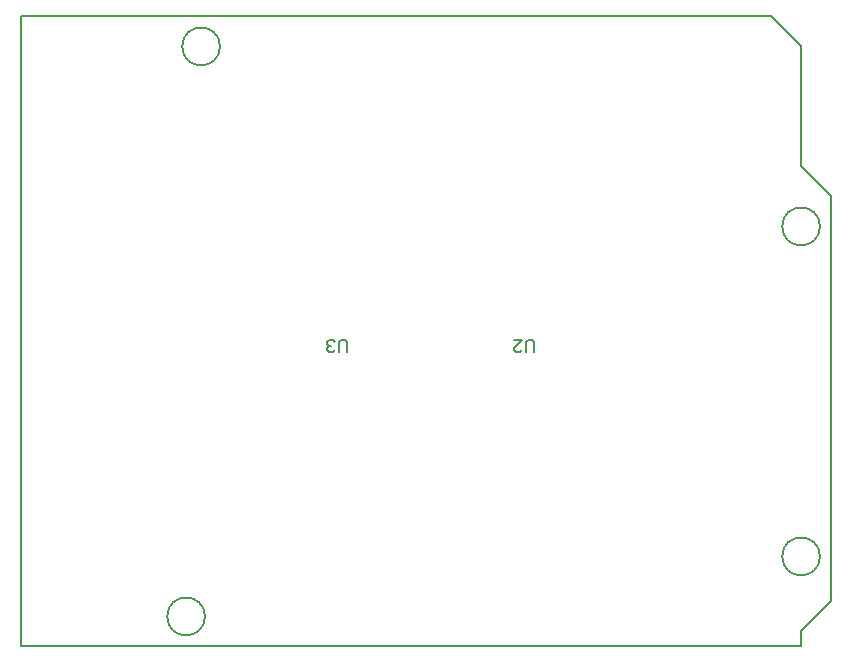
<source format=gbp>
G04*
G04 #@! TF.GenerationSoftware,Altium Limited,Altium Designer,20.0.12 (288)*
G04*
G04 Layer_Color=128*
%FSLAX25Y25*%
%MOIN*%
G70*
G01*
G75*
%ADD15C,0.00500*%
%ADD17C,0.00700*%
D15*
X266299Y140000D02*
G03*
X266299Y140000I-6299J0D01*
G01*
X61299Y10000D02*
G03*
X61299Y10000I-6299J0D01*
G01*
X266299Y30000D02*
G03*
X266299Y30000I-6299J0D01*
G01*
X66299Y200000D02*
G03*
X66299Y200000I-6299J0D01*
G01*
X0Y210000D02*
X250000D01*
X0Y0D02*
X260000D01*
X0D02*
Y210000D01*
X250000D02*
X260000Y200000D01*
Y160000D02*
Y200000D01*
Y160000D02*
X270000Y150000D01*
Y15000D02*
Y150000D01*
X260000Y5000D02*
X270000Y15000D01*
X260000Y0D02*
Y5000D01*
D17*
X171000Y98001D02*
Y101334D01*
X170334Y102000D01*
X169001D01*
X168334Y101334D01*
Y98001D01*
X164336Y102000D02*
X167001D01*
X164336Y99334D01*
Y98668D01*
X165002Y98001D01*
X166335D01*
X167001Y98668D01*
X108500Y98001D02*
Y101334D01*
X107834Y102000D01*
X106501D01*
X105834Y101334D01*
Y98001D01*
X104501Y98668D02*
X103835Y98001D01*
X102502D01*
X101836Y98668D01*
Y99334D01*
X102502Y100001D01*
X103168D01*
X102502D01*
X101836Y100667D01*
Y101334D01*
X102502Y102000D01*
X103835D01*
X104501Y101334D01*
M02*

</source>
